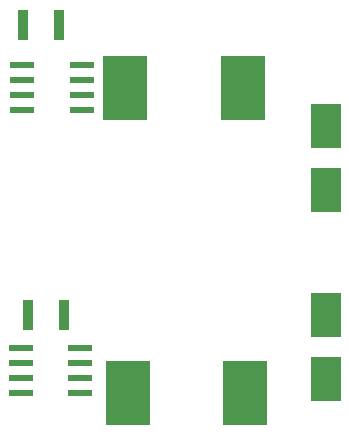
<source format=gtp>
G04*
G04 #@! TF.GenerationSoftware,Altium Limited,Altium Designer,22.5.1 (42)*
G04*
G04 Layer_Color=8421504*
%FSLAX44Y44*%
%MOMM*%
G71*
G04*
G04 #@! TF.SameCoordinates,E804C49B-AF08-44B7-9E18-E1C260B47F38*
G04*
G04*
G04 #@! TF.FilePolarity,Positive*
G04*
G01*
G75*
%ADD11R,0.9000X2.5000*%
%ADD12R,2.1000X0.6000*%
%ADD13R,3.8500X5.5000*%
%ADD14R,2.5500X3.7500*%
D11*
X158500Y197000D02*
D03*
X127500D02*
D03*
X123500Y443000D02*
D03*
X154500D02*
D03*
D12*
X122750Y409050D02*
D03*
Y396350D02*
D03*
Y383650D02*
D03*
Y370950D02*
D03*
X173250D02*
D03*
Y383650D02*
D03*
Y396350D02*
D03*
Y409050D02*
D03*
X172250Y169050D02*
D03*
Y156350D02*
D03*
Y143650D02*
D03*
Y130950D02*
D03*
X121750D02*
D03*
Y143650D02*
D03*
Y156350D02*
D03*
Y169050D02*
D03*
D13*
X210250Y389000D02*
D03*
X309750D02*
D03*
X212250Y131000D02*
D03*
X311750D02*
D03*
D14*
X380000Y357000D02*
D03*
Y303000D02*
D03*
Y143000D02*
D03*
Y197000D02*
D03*
M02*

</source>
